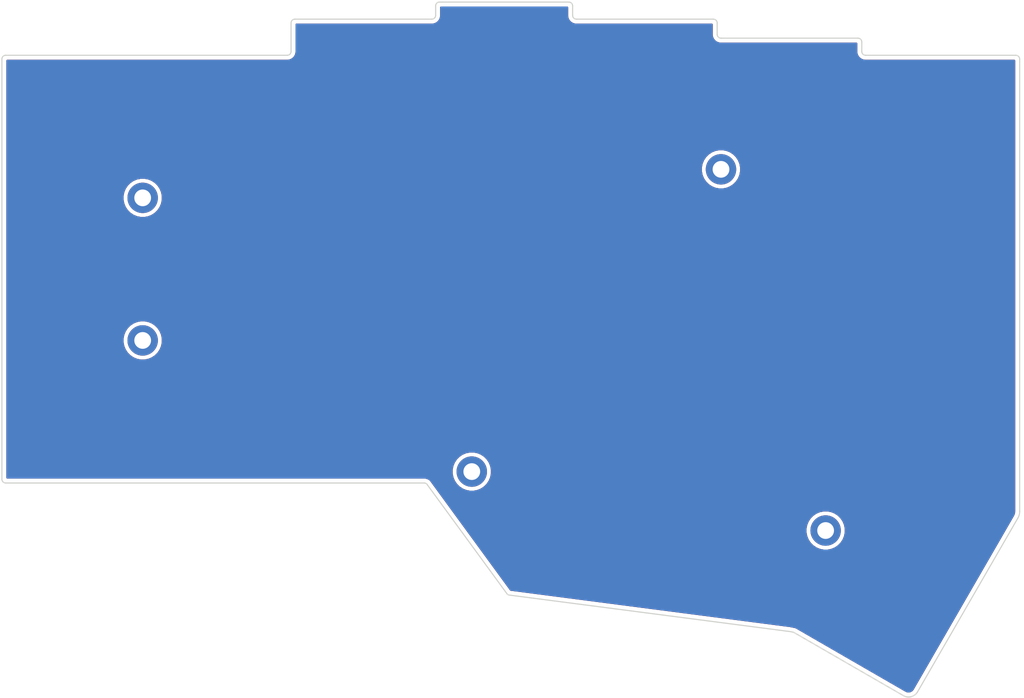
<source format=kicad_pcb>
(kicad_pcb (version 20171130) (host pcbnew 5.1.4+dfsg1-1)
  (title_block (title "Corne Bottom Plate") (date 2018-11-15) (rev 2.1) (company foostan))
  (layers (0 F.Cu signal hide) (31 B.Cu signal hide) (34 B.Paste user hide) (35 F.Paste user hide) (36 B.SilkS user hide) (37 F.SilkS user hide) (38 B.Mask user) (39 F.Mask user) (44 Edge.Cuts user))
  (net 0 "")
  (module kbd:LEGO_HOLE (layer F.Cu) (at 79.5 105.5)
    (fp_text reference "" (at 0 -3.2) (layer F.SilkS))
    (fp_text value "")
    (pad "" thru_hole circle (at 0 0) (size 4 4) (drill 2.2) (layers *.Cu *.Mask))
  )
  (module kbd:LEGO_HOLE (layer F.Cu) (at 79.5 86.75)
    (fp_text reference "" (at 0 -3.2) (layer F.SilkS))
    (fp_text value "")
    (pad "" thru_hole circle (at 0 0) (size 4 4) (drill 2.2) (layers *.Cu *.Mask))
  )
  (module kbd:LEGO_HOLE (layer F.Cu) (at 155.5 83)
    (fp_text reference "" (at 0 -3.2) (layer F.SilkS))
    (fp_text value "")
    (pad "" thru_hole circle (at 0 0) (size 4 4) (drill 2.2) (layers *.Cu *.Mask))
  )
  (module kbd:LEGO_HOLE (layer F.Cu) (at 122.75 122.75)
    (fp_text reference "" (at 0 -3.2) (layer F.SilkS))
    (fp_text value "")
    (pad "" thru_hole circle (at 0 0) (size 4 4) (drill 2.2) (layers *.Cu *.Mask))
  )
  (module kbd:LEGO_HOLE (layer F.Cu) (at 169.25 130.5)
    (fp_text reference "" (at 0 -3.2) (layer F.SilkS))
    (fp_text value "")
    (pad "" thru_hole circle (at 0 0) (size 4 4) (drill 2.2) (layers *.Cu *.Mask))
  )
  (gr_arc (start 127.75 138.5) (end 127.4 138.85) (angle -42.10858462) (layer Edge.Cuts) (width 0.15))
  (gr_arc (start 61.5 68.5) (end 61 68.5) (angle 90) (layer Edge.Cuts) (width 0.15))
  (gr_line (start 165.075 143.9) (end 179.4 152.175) (layer Edge.Cuts) (width 0.15))
  (gr_arc (start 193.047765 127.997697) (end 194.522764 128.847696) (angle -30.71750663) (layer Edge.Cuts) (width 0.15))
  (gr_arc (start 180.14425 151.010957) (end 179.4 152.175) (angle -89.12559636) (layer Edge.Cuts) (width 0.15))
  (gr_arc (start 164.087404 147.16844) (end 165.075 143.9) (angle -10.71375407) (layer Edge.Cuts) (width 0.15))
  (gr_line (start 181.2968 151.772884) (end 194.522764 128.847696) (layer Edge.Cuts) (width 0.15))
  (gr_line (start 127.725032 138.994345) (end 164.450173 143.773378) (layer Edge.Cuts) (width 0.15))
  (gr_line (start 116.827465 124.372155) (end 127.4 138.85) (angle 90) (layer Edge.Cuts) (width 0.15))
  (gr_line (start 174 66.25) (end 174 67.5) (angle 90) (layer Edge.Cuts) (width 0.15))
  (gr_arc (start 173.5 66.25) (end 173.5 65.75) (angle 90) (layer Edge.Cuts) (width 0.15))
  (gr_arc (start 174.5 67.5) (end 174.5 68) (angle 90) (layer Edge.Cuts) (width 0.15))
  (gr_line (start 194.25 68) (end 174.5 68) (angle 90) (layer Edge.Cuts) (width 0.15))
  (gr_arc (start 116.5 124.75) (end 116.5 124.25) (angle 40.91438322) (layer Edge.Cuts) (width 0.15))
  (gr_arc (start 61.5 123.75) (end 61.5 124.25) (angle 90) (layer Edge.Cuts) (width 0.15))
  (gr_arc (start 98.5 67.5) (end 99 67.5) (angle 90) (layer Edge.Cuts) (width 0.15))
  (gr_arc (start 99.5 63.75) (end 99 63.75) (angle 90) (layer Edge.Cuts) (width 0.15))
  (gr_arc (start 117.5 62.75) (end 118 62.75) (angle 90) (layer Edge.Cuts) (width 0.15))
  (gr_arc (start 118.5 61.5) (end 118 61.5) (angle 90) (layer Edge.Cuts) (width 0.15))
  (gr_arc (start 135.5 61.5) (end 135.5 61) (angle 90) (layer Edge.Cuts) (width 0.15))
  (gr_arc (start 136.5 62.75) (end 136.5 63.25) (angle 90) (layer Edge.Cuts) (width 0.15))
  (gr_arc (start 154.5 63.75) (end 154.5 63.25) (angle 90) (layer Edge.Cuts) (width 0.15))
  (gr_arc (start 155.5 65.25) (end 155.5 65.75) (angle 90) (layer Edge.Cuts) (width 0.15))
  (gr_arc (start 194.25 68.5) (end 194.25 68) (angle 90) (layer Edge.Cuts) (width 0.15))
  (gr_line (start 194.75 68.5) (end 194.75 127.975) (angle 90) (layer Edge.Cuts) (width 0.15))
  (gr_line (start 116.5 124.25) (end 61.499995 124.25) (angle 90) (layer Edge.Cuts) (width 0.15))
  (gr_line (start 61 68.5) (end 61 123.75) (angle 90) (layer Edge.Cuts) (width 0.15))
  (gr_line (start 98.5 68) (end 61.5 68) (angle 90) (layer Edge.Cuts) (width 0.15))
  (gr_line (start 99 63.75) (end 99 67.5) (angle 90) (layer Edge.Cuts) (width 0.15))
  (gr_line (start 117.5 63.25) (end 99.5 63.25) (angle 90) (layer Edge.Cuts) (width 0.15))
  (gr_line (start 118 61.5) (end 118 62.75) (angle 90) (layer Edge.Cuts) (width 0.15))
  (gr_line (start 135.5 61) (end 118.5 61) (angle 90) (layer Edge.Cuts) (width 0.15))
  (gr_line (start 136 62.75) (end 136 61.5) (angle 90) (layer Edge.Cuts) (width 0.15))
  (gr_line (start 154.5 63.25) (end 136.5 63.25) (angle 90) (layer Edge.Cuts) (width 0.15))
  (gr_line (start 155 65.25) (end 155 63.75) (angle 90) (layer Edge.Cuts) (width 0.15))
  (gr_line (start 173.5 65.75) (end 155.5 65.75) (angle 90) (layer Edge.Cuts) (width 0.15))
  (zone (net 0) (net_name "") (layer F.Cu) (connect_pads (clearance 0.508)) (min_thickness 0.254) (fill yes (arc_segments 16) (thermal_gap 0.508) (thermal_bridge_width 0.508))
    (polygon (pts (xy 194.7 67.9) (xy 174 67.9) (xy 174 65.7) (xy 155 65.7) (xy 155 63.2) (xy 136 63.2) (xy 136 60.9) (xy 118 60.9) (xy 118 63.2) (xy 98.8 63.2) (xy 98.9 67.9) (xy 60.7 68) (xy 60.9 124.7) (xy 116.6 124.2) (xy 127.4 139.1) (xy 165.05 143.9) (xy 180.75 152.775) (xy 194.8 128.1) (xy 194.8 67.9)))
  )
  (zone (net 0) (net_name "") (layer B.Cu) (connect_pads (clearance 0.508)) (min_thickness 0.254) (fill yes (arc_segments 16) (thermal_gap 0.508) (thermal_bridge_width 0.508))
    (polygon (pts (xy 194.7 67.9) (xy 174 67.9) (xy 174 65.7) (xy 155 65.7) (xy 155 63.2) (xy 136 63.2) (xy 136 60.9) (xy 118 60.9) (xy 118 63.2) (xy 98.8 63.2) (xy 98.9 67.9) (xy 60.7 68) (xy 60.9 124.7) (xy 116.6 124.2) (xy 127.6 139) (xy 165 143.925) (xy 180.775 152.825) (xy 194.8 128.3) (xy 194.8 67.9)))
  )
)
</source>
